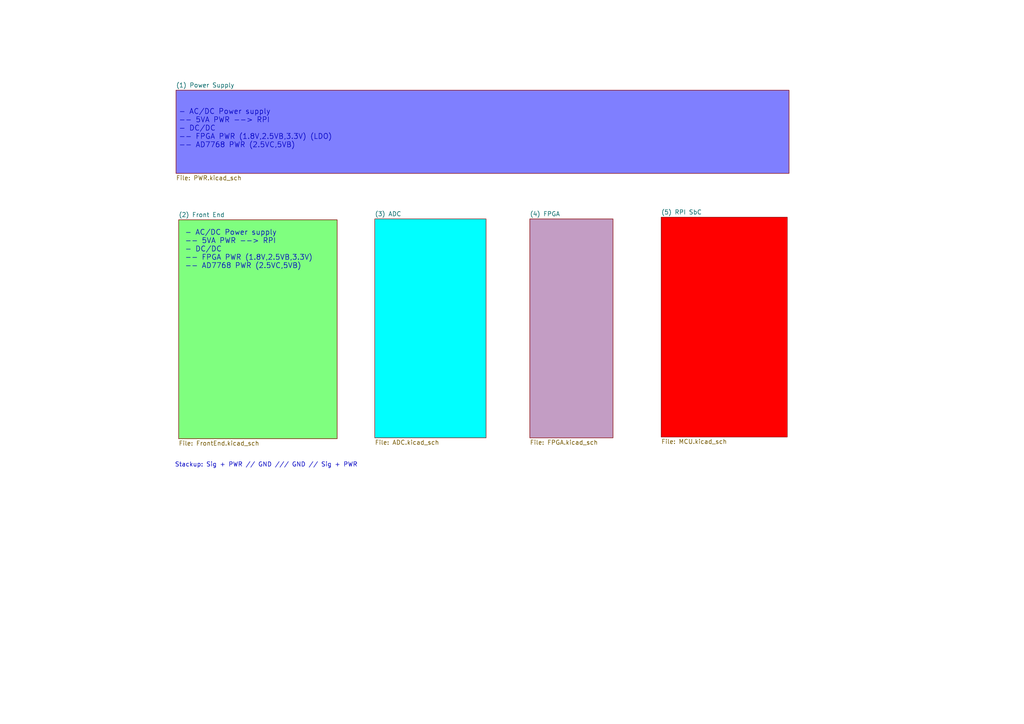
<source format=kicad_sch>
(kicad_sch
	(version 20231120)
	(generator "eeschema")
	(generator_version "8.0")
	(uuid "f47d3f6b-ed0f-481a-8783-95526396f40a")
	(paper "A4")
	(title_block
		(title "DAQIona_PWR")
		(date "2024-04-26")
		(rev "2")
		(company "OPOTeK")
	)
	(lib_symbols)
	(text "- AC/DC Power supply\n-- 5VA PWR --> RPI\n- DC/DC\n-- FPGA PWR (1.8V,2.5VB,3.3V) (LDO)\n-- AD7768 PWR (2.5VC,5VB)"
		(exclude_from_sim no)
		(at 51.816 37.338 0)
		(effects
			(font
				(size 1.5 1.5)
			)
			(justify left)
		)
		(uuid "24b91b17-7f23-4f78-84a5-e56afb23a582")
	)
	(text "- AC/DC Power supply\n-- 5VA PWR --> RPI\n- DC/DC\n-- FPGA PWR (1.8V,2.5VB,3.3V)\n-- AD7768 PWR (2.5VC,5VB)"
		(exclude_from_sim no)
		(at 53.594 72.39 0)
		(effects
			(font
				(size 1.5 1.5)
			)
			(justify left)
		)
		(uuid "47a5d80f-9b5f-49de-9ba1-f4bb4f871d87")
	)
	(text "Stackup: Sig + PWR // GND /// GND // Sig + PWR\n"
		(exclude_from_sim no)
		(at 77.216 134.874 0)
		(effects
			(font
				(size 1.27 1.27)
			)
		)
		(uuid "8173bb50-bec5-4c05-9f58-26925fb23e7a")
	)
	(sheet
		(at 153.67 63.5)
		(size 24.13 63.5)
		(fields_autoplaced yes)
		(stroke
			(width 0.1524)
			(type solid)
		)
		(fill
			(color 137 63 140 0.5100)
		)
		(uuid "410d7a4d-1874-41dd-a85d-84e4e679b08d")
		(property "Sheetname" "(4) FPGA"
			(at 153.67 62.7884 0)
			(effects
				(font
					(size 1.27 1.27)
				)
				(justify left bottom)
			)
		)
		(property "Sheetfile" "FPGA.kicad_sch"
			(at 153.67 127.5846 0)
			(effects
				(font
					(size 1.27 1.27)
				)
				(justify left top)
			)
		)
		(instances
			(project "daqIONA"
				(path "/f47d3f6b-ed0f-481a-8783-95526396f40a"
					(page "5")
				)
			)
		)
	)
	(sheet
		(at 51.816 63.754)
		(size 45.974 63.5)
		(fields_autoplaced yes)
		(stroke
			(width 0.1524)
			(type solid)
		)
		(fill
			(color 0 255 0 0.5000)
		)
		(uuid "50792081-f14c-4930-8cfc-9386792323d5")
		(property "Sheetname" "(2) Front End"
			(at 51.816 63.0424 0)
			(effects
				(font
					(size 1.27 1.27)
				)
				(justify left bottom)
			)
		)
		(property "Sheetfile" "FrontEnd.kicad_sch"
			(at 51.816 127.8386 0)
			(effects
				(font
					(size 1.27 1.27)
				)
				(justify left top)
			)
		)
		(instances
			(project "daqIONA"
				(path "/f47d3f6b-ed0f-481a-8783-95526396f40a"
					(page "3")
				)
			)
		)
	)
	(sheet
		(at 108.712 63.5)
		(size 32.258 63.5)
		(fields_autoplaced yes)
		(stroke
			(width 0.1524)
			(type solid)
		)
		(fill
			(color 0 255 255 1.0000)
		)
		(uuid "843e6ad9-748e-4c64-a007-793fc47906a2")
		(property "Sheetname" "(3) ADC"
			(at 108.712 62.7884 0)
			(effects
				(font
					(size 1.27 1.27)
				)
				(justify left bottom)
			)
		)
		(property "Sheetfile" "ADC.kicad_sch"
			(at 108.712 127.5846 0)
			(effects
				(font
					(size 1.27 1.27)
				)
				(justify left top)
			)
		)
		(instances
			(project "daqIONA"
				(path "/f47d3f6b-ed0f-481a-8783-95526396f40a"
					(page "4")
				)
			)
		)
	)
	(sheet
		(at 51.054 26.162)
		(size 177.8 24.13)
		(fields_autoplaced yes)
		(stroke
			(width 0.1524)
			(type solid)
		)
		(fill
			(color 0 0 255 0.5000)
		)
		(uuid "876833b1-ed1e-43a9-8c33-ef43b1c85ab3")
		(property "Sheetname" "(1) Power Supply"
			(at 51.054 25.4504 0)
			(effects
				(font
					(size 1.27 1.27)
				)
				(justify left bottom)
			)
		)
		(property "Sheetfile" "PWR.kicad_sch"
			(at 51.054 50.8766 0)
			(effects
				(font
					(size 1.27 1.27)
				)
				(justify left top)
			)
		)
		(instances
			(project "daqIONA"
				(path "/f47d3f6b-ed0f-481a-8783-95526396f40a"
					(page "2")
				)
			)
		)
	)
	(sheet
		(at 191.77 62.992)
		(size 36.576 63.754)
		(fields_autoplaced yes)
		(stroke
			(width 0.1524)
			(type solid)
		)
		(fill
			(color 255 0 0 1.0000)
		)
		(uuid "876f5c0e-843e-4403-a11b-0a4bb8719166")
		(property "Sheetname" "(5) RPI SbC"
			(at 191.77 62.2804 0)
			(effects
				(font
					(size 1.27 1.27)
				)
				(justify left bottom)
			)
		)
		(property "Sheetfile" "MCU.kicad_sch"
			(at 191.77 127.3306 0)
			(effects
				(font
					(size 1.27 1.27)
				)
				(justify left top)
			)
		)
		(instances
			(project "daqIONA"
				(path "/f47d3f6b-ed0f-481a-8783-95526396f40a"
					(page "6")
				)
			)
		)
	)
	(sheet_instances
		(path "/"
			(page "1")
		)
	)
)
</source>
